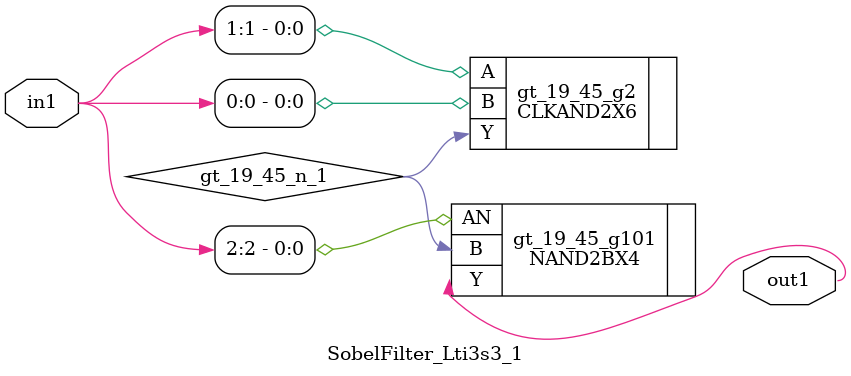
<source format=v>
`timescale 1ps / 1ps


module SobelFilter_Lti3s3_1(in1, out1);
  input [2:0] in1;
  output out1;
  wire [2:0] in1;
  wire out1;
  wire gt_19_45_n_1;
  CLKAND2X6 gt_19_45_g2(.A (in1[1]), .B (in1[0]), .Y (gt_19_45_n_1));
  NAND2BX4 gt_19_45_g101(.AN (in1[2]), .B (gt_19_45_n_1), .Y (out1));
endmodule


</source>
